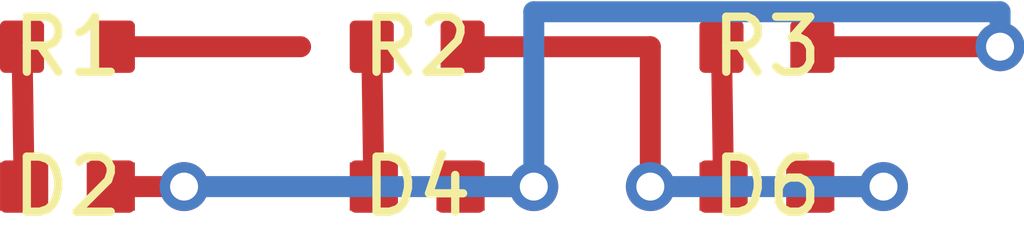
<source format=kicad_pcb>
(kicad_pcb (version 20240108) (generator "pcbnew") (generator_version "8.0")
  (layers (0 "F.Cu" signal) (31 "B.Cu" signal) (36 "B.SilkS" user "B.Silkscreen") (37 "F.SilkS" user "F.Silkscreen") (38 "B.Mask" user) (39 "F.Mask" user) (44 "Edge.Cuts" user))
  (net 0 "")
  (footprint "SvgPcb:R1" (layer "F.Cu") (at 0 204.92)
    (property "Reference" "R1" (at 0 0 0) (layer "F.SilkS"))
    (property "Value" "")
    (pad "undefined" smd custom (at -0.825 0) (size 0.8 0.8) (layers "F.Cu" "F.Paste" "F.Mask") (options (clearance outline) (anchor rect)) (primitives (gr_poly (pts (xy -0.4 -0.375) (xy -0.398 -0.392) (xy -0.394 -0.409) (xy -0.387 -0.425) (xy -0.377 -0.439) (xy -0.364 -0.452) (xy -0.35 -0.462) (xy -0.334 -0.469) (xy -0.317 -0.473) (xy -0.3 -0.475) (xy 0.3 -0.475) (xy 0.317 -0.473) (xy 0.334 -0.469) (xy 0.35 -0.462) (xy 0.364 -0.452) (xy 0.377 -0.439) (xy 0.387 -0.425) (xy 0.394 -0.409) (xy 0.398 -0.392) (xy 0.4 -0.375) (xy 0.4 0.375) (xy 0.398 0.392) (xy 0.394 0.409) (xy 0.387 0.425) (xy 0.377 0.439) (xy 0.364 0.452) (xy 0.35 0.462) (xy 0.334 0.469) (xy 0.317 0.473) (xy 0.3 0.475) (xy -0.3 0.475) (xy -0.317 0.473) (xy -0.334 0.469) (xy -0.35 0.462) (xy -0.364 0.452) (xy -0.377 0.439) (xy -0.387 0.425) (xy -0.394 0.409) (xy -0.398 0.392) (xy -0.4 0.375) (xy -0.4 -0.375)) (width 0) (fill yes))))
    (pad "undefined" smd custom (at 0.825 0) (size 0.8 0.8) (layers "F.Cu" "F.Paste" "F.Mask") (options (clearance outline) (anchor rect)) (primitives (gr_poly (pts (xy -0.4 -0.375) (xy -0.398 -0.392) (xy -0.394 -0.409) (xy -0.387 -0.425) (xy -0.377 -0.439) (xy -0.364 -0.452) (xy -0.35 -0.462) (xy -0.334 -0.469) (xy -0.317 -0.473) (xy -0.3 -0.475) (xy 0.3 -0.475) (xy 0.317 -0.473) (xy 0.334 -0.469) (xy 0.35 -0.462) (xy 0.364 -0.452) (xy 0.377 -0.439) (xy 0.387 -0.425) (xy 0.394 -0.409) (xy 0.398 -0.392) (xy 0.4 -0.375) (xy 0.4 0.375) (xy 0.398 0.392) (xy 0.394 0.409) (xy 0.387 0.425) (xy 0.377 0.439) (xy 0.364 0.452) (xy 0.35 0.462) (xy 0.334 0.469) (xy 0.317 0.473) (xy 0.3 0.475) (xy -0.3 0.475) (xy -0.317 0.473) (xy -0.334 0.469) (xy -0.35 0.462) (xy -0.364 0.452) (xy -0.377 0.439) (xy -0.387 0.425) (xy -0.394 0.409) (xy -0.398 0.392) (xy -0.4 0.375) (xy -0.4 -0.375)) (width 0) (fill yes))))
  )
  (footprint "SvgPcb:R2" (layer "F.Cu") (at 6.35 204.92)
    (property "Reference" "R2" (at 0 0 0) (layer "F.SilkS"))
    (property "Value" "")
    (pad "undefined" smd custom (at -0.825 0) (size 0.8 0.8) (layers "F.Cu" "F.Paste" "F.Mask") (options (clearance outline) (anchor rect)) (primitives (gr_poly (pts (xy -0.4 -0.375) (xy -0.398 -0.392) (xy -0.394 -0.409) (xy -0.387 -0.425) (xy -0.377 -0.439) (xy -0.364 -0.452) (xy -0.35 -0.462) (xy -0.334 -0.469) (xy -0.317 -0.473) (xy -0.3 -0.475) (xy 0.3 -0.475) (xy 0.317 -0.473) (xy 0.334 -0.469) (xy 0.35 -0.462) (xy 0.364 -0.452) (xy 0.377 -0.439) (xy 0.387 -0.425) (xy 0.394 -0.409) (xy 0.398 -0.392) (xy 0.4 -0.375) (xy 0.4 0.375) (xy 0.398 0.392) (xy 0.394 0.409) (xy 0.387 0.425) (xy 0.377 0.439) (xy 0.364 0.452) (xy 0.35 0.462) (xy 0.334 0.469) (xy 0.317 0.473) (xy 0.3 0.475) (xy -0.3 0.475) (xy -0.317 0.473) (xy -0.334 0.469) (xy -0.35 0.462) (xy -0.364 0.452) (xy -0.377 0.439) (xy -0.387 0.425) (xy -0.394 0.409) (xy -0.398 0.392) (xy -0.4 0.375) (xy -0.4 -0.375)) (width 0) (fill yes))))
    (pad "undefined" smd custom (at 0.825 0) (size 0.8 0.8) (layers "F.Cu" "F.Paste" "F.Mask") (options (clearance outline) (anchor rect)) (primitives (gr_poly (pts (xy -0.4 -0.375) (xy -0.398 -0.392) (xy -0.394 -0.409) (xy -0.387 -0.425) (xy -0.377 -0.439) (xy -0.364 -0.452) (xy -0.35 -0.462) (xy -0.334 -0.469) (xy -0.317 -0.473) (xy -0.3 -0.475) (xy 0.3 -0.475) (xy 0.317 -0.473) (xy 0.334 -0.469) (xy 0.35 -0.462) (xy 0.364 -0.452) (xy 0.377 -0.439) (xy 0.387 -0.425) (xy 0.394 -0.409) (xy 0.398 -0.392) (xy 0.4 -0.375) (xy 0.4 0.375) (xy 0.398 0.392) (xy 0.394 0.409) (xy 0.387 0.425) (xy 0.377 0.439) (xy 0.364 0.452) (xy 0.35 0.462) (xy 0.334 0.469) (xy 0.317 0.473) (xy 0.3 0.475) (xy -0.3 0.475) (xy -0.317 0.473) (xy -0.334 0.469) (xy -0.35 0.462) (xy -0.364 0.452) (xy -0.377 0.439) (xy -0.387 0.425) (xy -0.394 0.409) (xy -0.398 0.392) (xy -0.4 0.375) (xy -0.4 -0.375)) (width 0) (fill yes))))
  )
  (footprint "SvgPcb:D6" (layer "F.Cu") (at 12.7 207.46)
    (property "Reference" "D6" (at 0 0 0) (layer "F.SilkS"))
    (property "Value" "")
    (pad "undefined" smd custom (at -0.787 0) (size 0.875 0.875) (layers "F.Cu" "F.Paste" "F.Mask") (options (clearance outline) (anchor rect)) (primitives (gr_poly (pts (xy -0.437 -0.366) (xy -0.436 -0.385) (xy -0.431 -0.403) (xy -0.423 -0.42) (xy -0.412 -0.436) (xy -0.398 -0.449) (xy -0.383 -0.46) (xy -0.366 -0.468) (xy -0.347 -0.473) (xy -0.328 -0.475) (xy 0.328 -0.475) (xy 0.347 -0.473) (xy 0.366 -0.468) (xy 0.383 -0.46) (xy 0.398 -0.449) (xy 0.412 -0.436) (xy 0.423 -0.42) (xy 0.431 -0.403) (xy 0.436 -0.385) (xy 0.437 -0.366) (xy 0.437 0.366) (xy 0.436 0.385) (xy 0.431 0.403) (xy 0.423 0.42) (xy 0.412 0.436) (xy 0.398 0.449) (xy 0.383 0.46) (xy 0.366 0.468) (xy 0.347 0.473) (xy 0.328 0.475) (xy -0.328 0.475) (xy -0.347 0.473) (xy -0.366 0.468) (xy -0.383 0.46) (xy -0.398 0.449) (xy -0.412 0.436) (xy -0.423 0.42) (xy -0.431 0.403) (xy -0.436 0.385) (xy -0.437 0.366) (xy -0.437 -0.366)) (width 0) (fill yes))))
    (pad "undefined" smd custom (at 0.787 0) (size 0.875 0.875) (layers "F.Cu" "F.Paste" "F.Mask") (options (clearance outline) (anchor rect)) (primitives (gr_poly (pts (xy -0.437 -0.366) (xy -0.436 -0.385) (xy -0.431 -0.403) (xy -0.423 -0.42) (xy -0.412 -0.436) (xy -0.398 -0.449) (xy -0.383 -0.46) (xy -0.366 -0.468) (xy -0.347 -0.473) (xy -0.328 -0.475) (xy 0.328 -0.475) (xy 0.347 -0.473) (xy 0.366 -0.468) (xy 0.383 -0.46) (xy 0.398 -0.449) (xy 0.412 -0.436) (xy 0.423 -0.42) (xy 0.431 -0.403) (xy 0.436 -0.385) (xy 0.437 -0.366) (xy 0.437 0.366) (xy 0.436 0.385) (xy 0.431 0.403) (xy 0.423 0.42) (xy 0.412 0.436) (xy 0.398 0.449) (xy 0.383 0.46) (xy 0.366 0.468) (xy 0.347 0.473) (xy 0.328 0.475) (xy -0.328 0.475) (xy -0.347 0.473) (xy -0.366 0.468) (xy -0.383 0.46) (xy -0.398 0.449) (xy -0.412 0.436) (xy -0.423 0.42) (xy -0.431 0.403) (xy -0.436 0.385) (xy -0.437 0.366) (xy -0.437 -0.366)) (width 0) (fill yes))))
  )
  (footprint "SvgPcb:D4" (layer "F.Cu") (at 6.35 207.46)
    (property "Reference" "D4" (at 0 0 0) (layer "F.SilkS"))
    (property "Value" "")
    (pad "undefined" smd custom (at -0.787 0) (size 0.875 0.875) (layers "F.Cu" "F.Paste" "F.Mask") (options (clearance outline) (anchor rect)) (primitives (gr_poly (pts (xy -0.437 -0.366) (xy -0.436 -0.385) (xy -0.431 -0.403) (xy -0.423 -0.42) (xy -0.412 -0.436) (xy -0.398 -0.449) (xy -0.383 -0.46) (xy -0.366 -0.468) (xy -0.347 -0.473) (xy -0.328 -0.475) (xy 0.328 -0.475) (xy 0.347 -0.473) (xy 0.366 -0.468) (xy 0.383 -0.46) (xy 0.398 -0.449) (xy 0.412 -0.436) (xy 0.423 -0.42) (xy 0.431 -0.403) (xy 0.436 -0.385) (xy 0.437 -0.366) (xy 0.437 0.366) (xy 0.436 0.385) (xy 0.431 0.403) (xy 0.423 0.42) (xy 0.412 0.436) (xy 0.398 0.449) (xy 0.383 0.46) (xy 0.366 0.468) (xy 0.347 0.473) (xy 0.328 0.475) (xy -0.328 0.475) (xy -0.347 0.473) (xy -0.366 0.468) (xy -0.383 0.46) (xy -0.398 0.449) (xy -0.412 0.436) (xy -0.423 0.42) (xy -0.431 0.403) (xy -0.436 0.385) (xy -0.437 0.366) (xy -0.437 -0.366)) (width 0) (fill yes))))
    (pad "undefined" smd custom (at 0.787 0) (size 0.875 0.875) (layers "F.Cu" "F.Paste" "F.Mask") (options (clearance outline) (anchor rect)) (primitives (gr_poly (pts (xy -0.437 -0.366) (xy -0.436 -0.385) (xy -0.431 -0.403) (xy -0.423 -0.42) (xy -0.412 -0.436) (xy -0.398 -0.449) (xy -0.383 -0.46) (xy -0.366 -0.468) (xy -0.347 -0.473) (xy -0.328 -0.475) (xy 0.328 -0.475) (xy 0.347 -0.473) (xy 0.366 -0.468) (xy 0.383 -0.46) (xy 0.398 -0.449) (xy 0.412 -0.436) (xy 0.423 -0.42) (xy 0.431 -0.403) (xy 0.436 -0.385) (xy 0.437 -0.366) (xy 0.437 0.366) (xy 0.436 0.385) (xy 0.431 0.403) (xy 0.423 0.42) (xy 0.412 0.436) (xy 0.398 0.449) (xy 0.383 0.46) (xy 0.366 0.468) (xy 0.347 0.473) (xy 0.328 0.475) (xy -0.328 0.475) (xy -0.347 0.473) (xy -0.366 0.468) (xy -0.383 0.46) (xy -0.398 0.449) (xy -0.412 0.436) (xy -0.423 0.42) (xy -0.431 0.403) (xy -0.436 0.385) (xy -0.437 0.366) (xy -0.437 -0.366)) (width 0) (fill yes))))
  )
  (footprint "SvgPcb:D2" (layer "F.Cu") (at 0 207.46)
    (property "Reference" "D2" (at 0 0 0) (layer "F.SilkS"))
    (property "Value" "")
    (pad "undefined" smd custom (at -0.787 0) (size 0.875 0.875) (layers "F.Cu" "F.Paste" "F.Mask") (options (clearance outline) (anchor rect)) (primitives (gr_poly (pts (xy -0.437 -0.366) (xy -0.436 -0.385) (xy -0.431 -0.403) (xy -0.423 -0.42) (xy -0.412 -0.436) (xy -0.398 -0.449) (xy -0.383 -0.46) (xy -0.366 -0.468) (xy -0.347 -0.473) (xy -0.328 -0.475) (xy 0.328 -0.475) (xy 0.347 -0.473) (xy 0.366 -0.468) (xy 0.383 -0.46) (xy 0.398 -0.449) (xy 0.412 -0.436) (xy 0.423 -0.42) (xy 0.431 -0.403) (xy 0.436 -0.385) (xy 0.437 -0.366) (xy 0.437 0.366) (xy 0.436 0.385) (xy 0.431 0.403) (xy 0.423 0.42) (xy 0.412 0.436) (xy 0.398 0.449) (xy 0.383 0.46) (xy 0.366 0.468) (xy 0.347 0.473) (xy 0.328 0.475) (xy -0.328 0.475) (xy -0.347 0.473) (xy -0.366 0.468) (xy -0.383 0.46) (xy -0.398 0.449) (xy -0.412 0.436) (xy -0.423 0.42) (xy -0.431 0.403) (xy -0.436 0.385) (xy -0.437 0.366) (xy -0.437 -0.366)) (width 0) (fill yes))))
    (pad "undefined" smd custom (at 0.787 0) (size 0.875 0.875) (layers "F.Cu" "F.Paste" "F.Mask") (options (clearance outline) (anchor rect)) (primitives (gr_poly (pts (xy -0.437 -0.366) (xy -0.436 -0.385) (xy -0.431 -0.403) (xy -0.423 -0.42) (xy -0.412 -0.436) (xy -0.398 -0.449) (xy -0.383 -0.46) (xy -0.366 -0.468) (xy -0.347 -0.473) (xy -0.328 -0.475) (xy 0.328 -0.475) (xy 0.347 -0.473) (xy 0.366 -0.468) (xy 0.383 -0.46) (xy 0.398 -0.449) (xy 0.412 -0.436) (xy 0.423 -0.42) (xy 0.431 -0.403) (xy 0.436 -0.385) (xy 0.437 -0.366) (xy 0.437 0.366) (xy 0.436 0.385) (xy 0.431 0.403) (xy 0.423 0.42) (xy 0.412 0.436) (xy 0.398 0.449) (xy 0.383 0.46) (xy 0.366 0.468) (xy 0.347 0.473) (xy 0.328 0.475) (xy -0.328 0.475) (xy -0.347 0.473) (xy -0.366 0.468) (xy -0.383 0.46) (xy -0.398 0.449) (xy -0.412 0.436) (xy -0.423 0.42) (xy -0.431 0.403) (xy -0.436 0.385) (xy -0.437 0.366) (xy -0.437 -0.366)) (width 0) (fill yes))))
  )
  (footprint "SvgPcb:R3" (layer "F.Cu") (at 12.7 204.92)
    (property "Reference" "R3" (at 0 0 0) (layer "F.SilkS"))
    (property "Value" "")
    (pad "undefined" smd custom (at -0.825 0) (size 0.8 0.8) (layers "F.Cu" "F.Paste" "F.Mask") (options (clearance outline) (anchor rect)) (primitives (gr_poly (pts (xy -0.4 -0.375) (xy -0.398 -0.392) (xy -0.394 -0.409) (xy -0.387 -0.425) (xy -0.377 -0.439) (xy -0.364 -0.452) (xy -0.35 -0.462) (xy -0.334 -0.469) (xy -0.317 -0.473) (xy -0.3 -0.475) (xy 0.3 -0.475) (xy 0.317 -0.473) (xy 0.334 -0.469) (xy 0.35 -0.462) (xy 0.364 -0.452) (xy 0.377 -0.439) (xy 0.387 -0.425) (xy 0.394 -0.409) (xy 0.398 -0.392) (xy 0.4 -0.375) (xy 0.4 0.375) (xy 0.398 0.392) (xy 0.394 0.409) (xy 0.387 0.425) (xy 0.377 0.439) (xy 0.364 0.452) (xy 0.35 0.462) (xy 0.334 0.469) (xy 0.317 0.473) (xy 0.3 0.475) (xy -0.3 0.475) (xy -0.317 0.473) (xy -0.334 0.469) (xy -0.35 0.462) (xy -0.364 0.452) (xy -0.377 0.439) (xy -0.387 0.425) (xy -0.394 0.409) (xy -0.398 0.392) (xy -0.4 0.375) (xy -0.4 -0.375)) (width 0) (fill yes))))
    (pad "undefined" smd custom (at 0.825 0) (size 0.8 0.8) (layers "F.Cu" "F.Paste" "F.Mask") (options (clearance outline) (anchor rect)) (primitives (gr_poly (pts (xy -0.4 -0.375) (xy -0.398 -0.392) (xy -0.394 -0.409) (xy -0.387 -0.425) (xy -0.377 -0.439) (xy -0.364 -0.452) (xy -0.35 -0.462) (xy -0.334 -0.469) (xy -0.317 -0.473) (xy -0.3 -0.475) (xy 0.3 -0.475) (xy 0.317 -0.473) (xy 0.334 -0.469) (xy 0.35 -0.462) (xy 0.364 -0.452) (xy 0.377 -0.439) (xy 0.387 -0.425) (xy 0.394 -0.409) (xy 0.398 -0.392) (xy 0.4 -0.375) (xy 0.4 0.375) (xy 0.398 0.392) (xy 0.394 0.409) (xy 0.387 0.425) (xy 0.377 0.439) (xy 0.364 0.452) (xy 0.35 0.462) (xy 0.334 0.469) (xy 0.317 0.473) (xy 0.3 0.475) (xy -0.3 0.475) (xy -0.317 0.473) (xy -0.334 0.469) (xy -0.35 0.462) (xy -0.364 0.452) (xy -0.377 0.439) (xy -0.387 0.425) (xy -0.394 0.409) (xy -0.398 0.392) (xy -0.4 0.375) (xy -0.4 -0.375)) (width 0) (fill yes))))
  )
  (segment (start 5.563 207.46) (end 5.525 204.92) (width 0.381) (layer "F.Cu") (net 0))
  (segment (start 0.787 207.46) (end 2.117 207.46) (width 0.381) (layer "F.Cu") (net 0))
  (segment (start 13.487 207.46) (end 14.817 207.46) (width 0.381) (layer "F.Cu") (net 0))
  (segment (start 0.825 204.92) (end 4.233 204.92) (width 0.381) (layer "F.Cu") (net 0))
  (segment (start 11.912 207.46) (end 11.875 204.92) (width 0.381) (layer "F.Cu") (net 0))
  (segment (start 7.175 204.92) (end 10.583 204.92) (width 0.381) (layer "F.Cu") (net 0))
  (segment (start 10.583 204.92) (end 10.583 207.46) (width 0.381) (layer "F.Cu") (net 0))
  (segment (start -0.787 207.46) (end -0.825 204.92) (width 0.381) (layer "F.Cu") (net 0))
  (segment (start 7.137 207.46) (end 8.467 207.46) (width 0.381) (layer "F.Cu") (net 0))
  (segment (start 13.525 204.92) (end 16.933 204.92) (width 0.381) (layer "F.Cu") (net 0))
  (via (at 2.117 207.46) (size 0.889) (drill 0.508) (layers "F.Cu" "B.Cu") (net 0))
  (via (at 14.817 207.46) (size 0.889) (drill 0.508) (layers "F.Cu" "B.Cu") (net 0))
  (via (at 16.933 204.92) (size 0.889) (drill 0.508) (layers "F.Cu" "B.Cu") (net 0))
  (via (at 8.467 207.46) (size 0.889) (drill 0.508) (layers "F.Cu" "B.Cu") (net 0))
  (via (at 10.583 207.46) (size 0.889) (drill 0.508) (layers "F.Cu" "B.Cu") (net 0))
  (segment (start 14.817 207.46) (end 14.817 207.46) (width 0.381) (layer "B.Cu") (net 0))
  (segment (start 10.583 207.46) (end 14.817 207.46) (width 0.381) (layer "B.Cu") (net 0))
  (segment (start 8.467 204.285) (end 8.467 207.46) (width 0.381) (layer "B.Cu") (net 0))
  (segment (start 16.933 204.285) (end 8.467 204.285) (width 0.381) (layer "B.Cu") (net 0))
  (segment (start 2.117 207.46) (end 8.467 207.46) (width 0.381) (layer "B.Cu") (net 0))
  (segment (start 16.933 204.92) (end 16.933 204.285) (width 0.381) (layer "B.Cu") (net 0))
)
</source>
